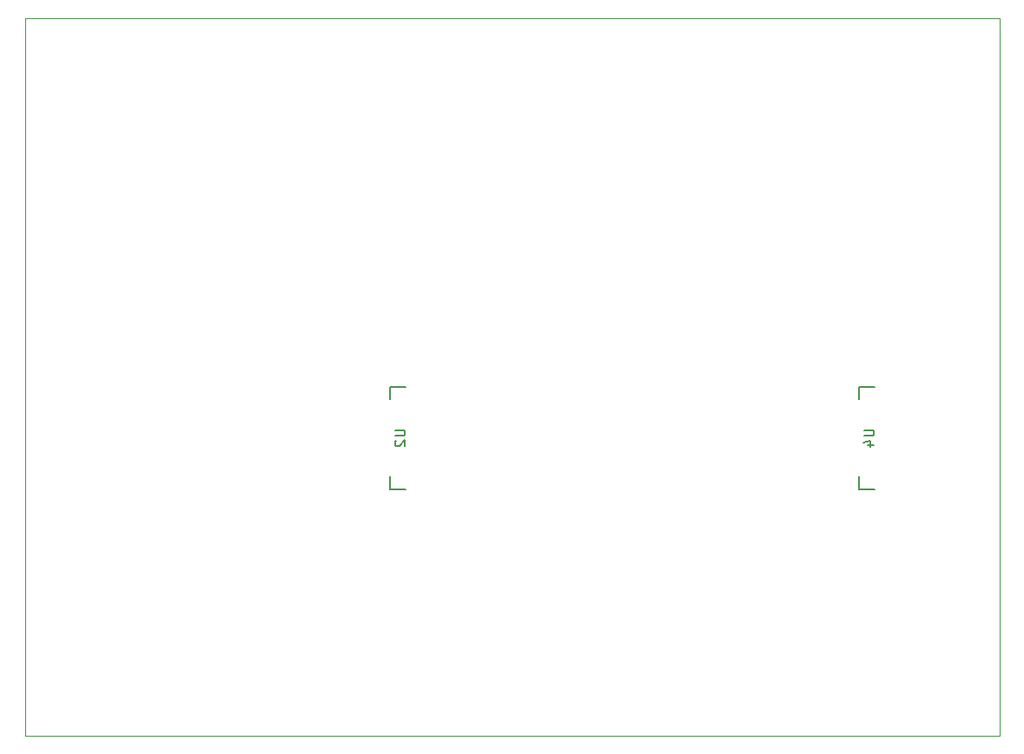
<source format=gbr>
G04 #@! TF.FileFunction,Legend,Bot*
%FSLAX46Y46*%
G04 Gerber Fmt 4.6, Leading zero omitted, Abs format (unit mm)*
G04 Created by KiCad (PCBNEW 4.0.6-e0-6349~52~ubuntu17.04.1) date Sun Oct 15 13:20:49 2017*
%MOMM*%
%LPD*%
G01*
G04 APERTURE LIST*
%ADD10C,0.150000*%
%ADD11C,0.100000*%
G04 APERTURE END LIST*
D10*
D11*
X180000000Y-20000000D02*
X180000000Y-90000000D01*
X85000000Y-20000000D02*
X180000000Y-20000000D01*
X180000000Y-90000000D02*
X85000000Y-90000000D01*
X85000000Y-90000000D02*
X85000000Y-20000000D01*
X85000000Y-90000000D02*
X180000000Y-90000000D01*
D10*
X120610000Y-55960000D02*
X120610000Y-57210000D01*
X120610000Y-55960000D02*
X122110000Y-55960000D01*
X120610000Y-65960000D02*
X122110000Y-65960000D01*
X120610000Y-65960000D02*
X120610000Y-64710000D01*
X166330000Y-55960000D02*
X166330000Y-57210000D01*
X166330000Y-55960000D02*
X167830000Y-55960000D01*
X166330000Y-65960000D02*
X167830000Y-65960000D01*
X166330000Y-65960000D02*
X166330000Y-64710000D01*
X121062381Y-60198095D02*
X121871905Y-60198095D01*
X121967143Y-60245714D01*
X122014762Y-60293333D01*
X122062381Y-60388571D01*
X122062381Y-60579048D01*
X122014762Y-60674286D01*
X121967143Y-60721905D01*
X121871905Y-60769524D01*
X121062381Y-60769524D01*
X121157619Y-61198095D02*
X121110000Y-61245714D01*
X121062381Y-61340952D01*
X121062381Y-61579048D01*
X121110000Y-61674286D01*
X121157619Y-61721905D01*
X121252857Y-61769524D01*
X121348095Y-61769524D01*
X121490952Y-61721905D01*
X122062381Y-61150476D01*
X122062381Y-61769524D01*
X166782381Y-60198095D02*
X167591905Y-60198095D01*
X167687143Y-60245714D01*
X167734762Y-60293333D01*
X167782381Y-60388571D01*
X167782381Y-60579048D01*
X167734762Y-60674286D01*
X167687143Y-60721905D01*
X167591905Y-60769524D01*
X166782381Y-60769524D01*
X167115714Y-61674286D02*
X167782381Y-61674286D01*
X166734762Y-61436190D02*
X167449048Y-61198095D01*
X167449048Y-61817143D01*
M02*

</source>
